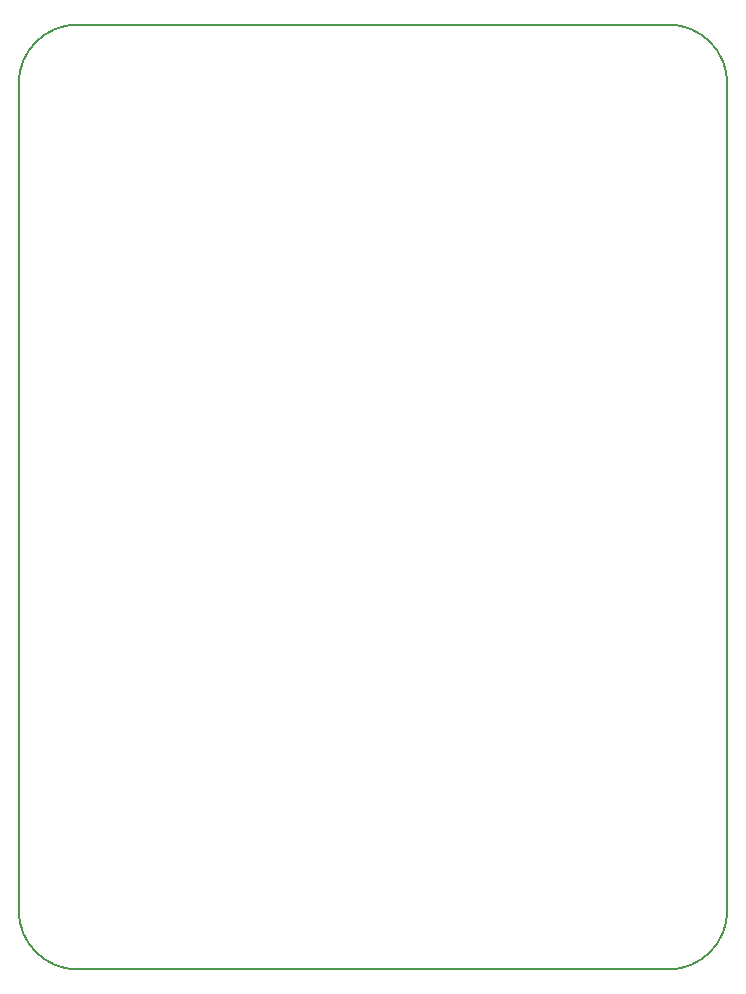
<source format=gbr>
G04 #@! TF.GenerationSoftware,KiCad,Pcbnew,no-vcs-found-dc66b73~61~ubuntu17.10.1*
G04 #@! TF.CreationDate,2018-02-04T10:14:16-05:00*
G04 #@! TF.ProjectId,VBUS-Sense,564255532D53656E73652E6B69636164,rev?*
G04 #@! TF.SameCoordinates,Original*
G04 #@! TF.FileFunction,Profile,NP*
%FSLAX46Y46*%
G04 Gerber Fmt 4.6, Leading zero omitted, Abs format (unit mm)*
G04 Created by KiCad (PCBNEW no-vcs-found-dc66b73~61~ubuntu17.10.1) date Sun Feb  4 10:14:16 2018*
%MOMM*%
%LPD*%
G01*
G04 APERTURE LIST*
%ADD10C,0.150000*%
G04 APERTURE END LIST*
D10*
X60000000Y-75000000D02*
G75*
G02X55000000Y-80000000I-5000000J0D01*
G01*
X5000000Y-80000000D02*
X55000000Y-80000000D01*
X60000000Y-5000000D02*
X60000000Y-75000000D01*
X5000000Y-80000000D02*
G75*
G02X0Y-75000000I0J5000000D01*
G01*
X0Y-5000000D02*
X0Y-75000000D01*
X5000000Y0D02*
X55000000Y0D01*
X60000000Y-5000000D02*
G75*
G03X55000000Y0I-5000000J0D01*
G01*
X0Y-5000000D02*
G75*
G02X5000000Y0I5000000J0D01*
G01*
M02*

</source>
